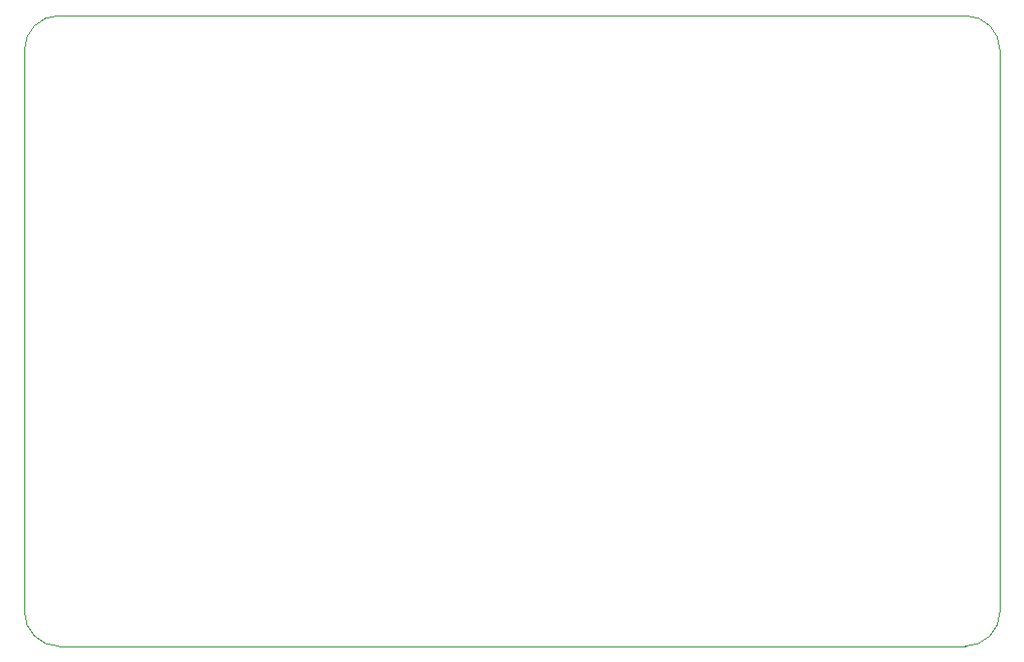
<source format=gbr>
%TF.GenerationSoftware,KiCad,Pcbnew,8.0.0*%
%TF.CreationDate,2024-05-09T17:34:07-04:00*%
%TF.ProjectId,Business card PCB,42757369-6e65-4737-9320-636172642050,rev?*%
%TF.SameCoordinates,Original*%
%TF.FileFunction,Profile,NP*%
%FSLAX46Y46*%
G04 Gerber Fmt 4.6, Leading zero omitted, Abs format (unit mm)*
G04 Created by KiCad (PCBNEW 8.0.0) date 2024-05-09 17:34:07*
%MOMM*%
%LPD*%
G01*
G04 APERTURE LIST*
%TA.AperFunction,Profile*%
%ADD10C,0.015748*%
%TD*%
G04 APERTURE END LIST*
D10*
X113471315Y-110546212D02*
G75*
G02*
X110471322Y-107546218I1J2999994D01*
G01*
X110471322Y-58546315D02*
G75*
G02*
X113471316Y-55546322I2999994J-1D01*
G01*
X110471322Y-107546218D02*
X110471322Y-58546315D01*
X195471152Y-107546317D02*
X195471152Y-58546316D01*
X192471257Y-110546212D02*
X113471315Y-110546212D01*
X192471137Y-55546322D02*
X113471316Y-55546322D01*
X192471137Y-55546322D02*
G75*
G02*
X195471082Y-58546316I0J-2999945D01*
G01*
X195471152Y-107546317D02*
G75*
G02*
X192471257Y-110546212I-2999895J0D01*
G01*
M02*

</source>
